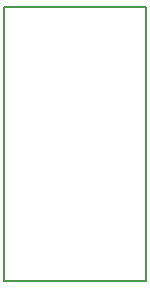
<source format=gbr>
G04 #@! TF.FileFunction,Profile,NP*
%FSLAX46Y46*%
G04 Gerber Fmt 4.6, Leading zero omitted, Abs format (unit mm)*
G04 Created by KiCad (PCBNEW 4.0.7) date 11/15/17 16:50:02*
%MOMM*%
%LPD*%
G01*
G04 APERTURE LIST*
%ADD10C,0.100000*%
%ADD11C,0.150000*%
G04 APERTURE END LIST*
D10*
D11*
X158950000Y-133600000D02*
X158950000Y-110400000D01*
X170950000Y-133600000D02*
X158950000Y-133600000D01*
X170950000Y-110400000D02*
X170950000Y-133600000D01*
X158950000Y-110400000D02*
X170950000Y-110400000D01*
M02*

</source>
